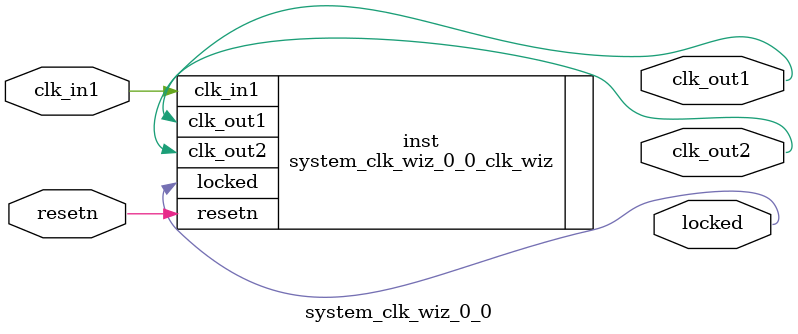
<source format=v>


`timescale 1ps/1ps

(* CORE_GENERATION_INFO = "system_clk_wiz_0_0,clk_wiz_v6_0_14_0_0,{component_name=system_clk_wiz_0_0,use_phase_alignment=true,use_min_o_jitter=false,use_max_i_jitter=false,use_dyn_phase_shift=false,use_inclk_switchover=false,use_dyn_reconfig=false,enable_axi=0,feedback_source=FDBK_AUTO,PRIMITIVE=MMCM,num_out_clk=2,clkin1_period=5.000,clkin2_period=10.0,use_power_down=false,use_reset=true,use_locked=true,use_inclk_stopped=false,feedback_type=SINGLE,CLOCK_MGR_TYPE=NA,manual_override=false}" *)

module system_clk_wiz_0_0 
 (
  // Clock out ports
  output        clk_out1,
  output        clk_out2,
  // Status and control signals
  input         resetn,
  output        locked,
 // Clock in ports
  input         clk_in1
 );

  system_clk_wiz_0_0_clk_wiz inst
  (
  // Clock out ports  
  .clk_out1(clk_out1),
  .clk_out2(clk_out2),
  // Status and control signals               
  .resetn(resetn), 
  .locked(locked),
 // Clock in ports
  .clk_in1(clk_in1)
  );

endmodule

</source>
